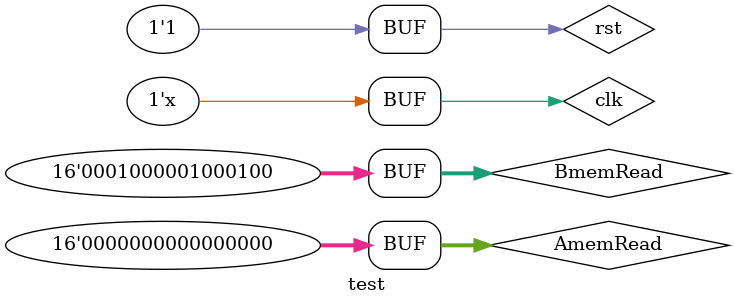
<source format=v>

module test;

	// Inputs
	reg clk;
	reg rst;
	reg [15:0] AmemRead;
	reg [15:0] BmemRead;

	// Outputs
	wire [15:0] MeAaddr;
	wire [15:0] Baddr;
	wire [15:0] ExCalResult;
	wire [15:0] MeMemResult;
	wire [1:0] MeMemControl;
	wire [175:0] registerValue;
	wire [15:0] nextPC;
	wire [15:0] IfIR;
	wire [3:0] registerS;
	wire [3:0] registerM;
	wire [3:0] IdRegisterT;
	wire [3:0] MeRegisterT;
	wire [15:0] MeCalResult;

	// Instantiate the Unit Under Test (UUT)
	cpu uut (
		.clk(clk), 
		.rst(rst), 
		.MeAaddr(MeAaddr), 
		.Baddr(Baddr), 
		.ExCalResult(ExCalResult), 
		.MeMemResult(MeMemResult), 
		.MeMemControl(MeMemControl), 
		.AmemRead(AmemRead), 
		.BmemRead(BmemRead), 
		.registerValue(registerValue), 
		.nextPC(nextPC), 
		.IfIR(IfIR), 
		.registerS(registerS), 
		.registerM(registerM), 
		.IdRegisterT(IdRegisterT), 
		.MeRegisterT(MeRegisterT), 
		.MeCalResult(MeCalResult)
	);

	initial begin
		// Initialize Inputs
		clk = 0;
		rst = 0;
		AmemRead = 0;
		BmemRead = 16'h0000;

		// Wait 100 ns for global reset to finish
		#100;
		
		rst = 1;
		
		#1;
		BmemRead = 16'h0000;
		#1;
		BmemRead = 16'h0800;
		#1;
		BmemRead = 16'h1044;
		// Add stimulus here

	end
   
	always
		#1 clk = !clk;
endmodule


</source>
